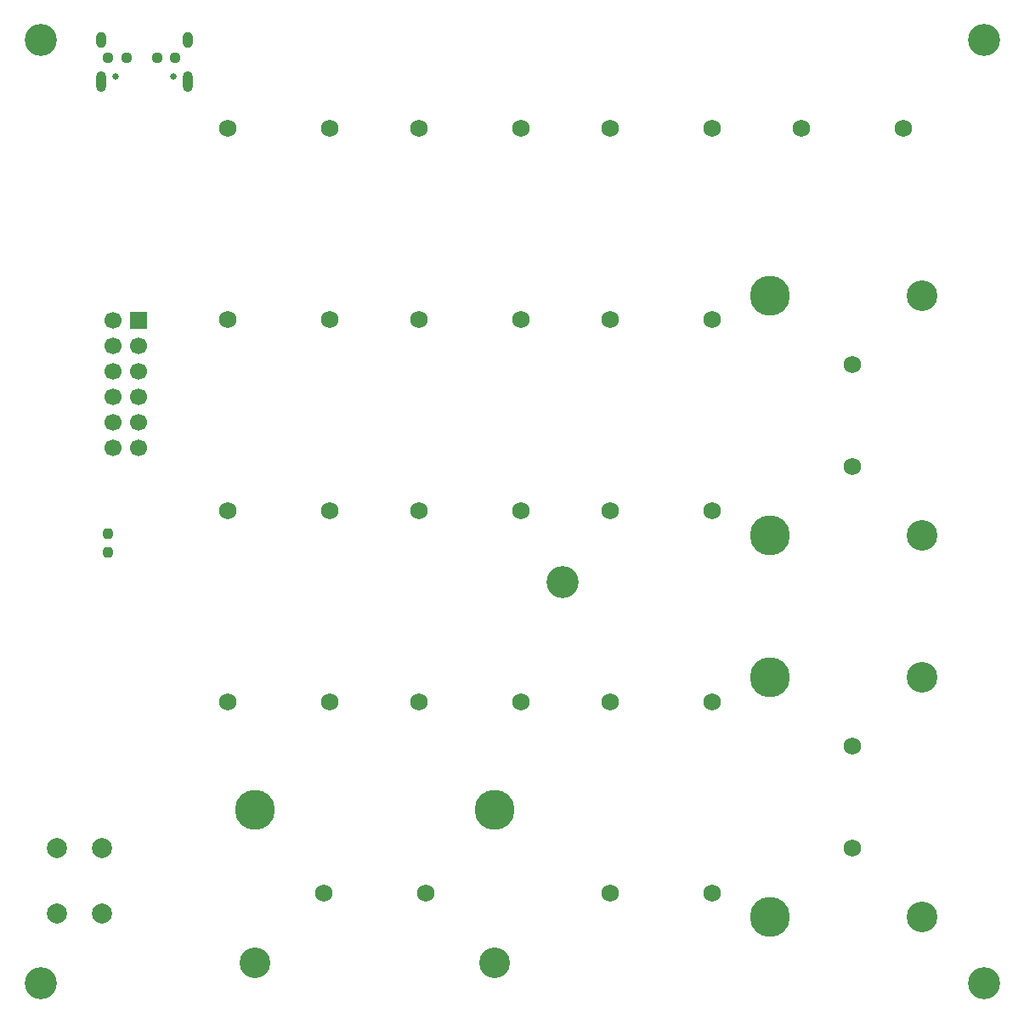
<source format=gbr>
%TF.GenerationSoftware,KiCad,Pcbnew,9.0.4*%
%TF.CreationDate,2026-01-03T23:46:06+09:00*%
%TF.ProjectId,rapidtrigger_keyboard,72617069-6474-4726-9967-6765725f6b65,rev?*%
%TF.SameCoordinates,Original*%
%TF.FileFunction,Soldermask,Bot*%
%TF.FilePolarity,Negative*%
%FSLAX46Y46*%
G04 Gerber Fmt 4.6, Leading zero omitted, Abs format (unit mm)*
G04 Created by KiCad (PCBNEW 9.0.4) date 2026-01-03 23:46:06*
%MOMM*%
%LPD*%
G01*
G04 APERTURE LIST*
G04 Aperture macros list*
%AMRoundRect*
0 Rectangle with rounded corners*
0 $1 Rounding radius*
0 $2 $3 $4 $5 $6 $7 $8 $9 X,Y pos of 4 corners*
0 Add a 4 corners polygon primitive as box body*
4,1,4,$2,$3,$4,$5,$6,$7,$8,$9,$2,$3,0*
0 Add four circle primitives for the rounded corners*
1,1,$1+$1,$2,$3*
1,1,$1+$1,$4,$5*
1,1,$1+$1,$6,$7*
1,1,$1+$1,$8,$9*
0 Add four rect primitives between the rounded corners*
20,1,$1+$1,$2,$3,$4,$5,0*
20,1,$1+$1,$4,$5,$6,$7,0*
20,1,$1+$1,$6,$7,$8,$9,0*
20,1,$1+$1,$8,$9,$2,$3,0*%
G04 Aperture macros list end*
%ADD10C,0.650000*%
%ADD11O,1.000000X2.100000*%
%ADD12O,1.000000X1.600000*%
%ADD13C,3.048000*%
%ADD14C,3.987800*%
%ADD15C,1.750000*%
%ADD16C,3.200000*%
%ADD17R,1.700000X1.700000*%
%ADD18C,1.700000*%
%ADD19C,2.000000*%
%ADD20RoundRect,0.237500X-0.250000X-0.237500X0.250000X-0.237500X0.250000X0.237500X-0.250000X0.237500X0*%
%ADD21RoundRect,0.237500X0.250000X0.237500X-0.250000X0.237500X-0.250000X-0.237500X0.250000X-0.237500X0*%
%ADD22RoundRect,0.237500X0.237500X-0.250000X0.237500X0.250000X-0.237500X0.250000X-0.237500X-0.250000X0*%
G04 APERTURE END LIST*
D10*
%TO.C,J1*%
X133244000Y-49624000D03*
X127464000Y-49624000D03*
D11*
X134674000Y-50154000D03*
D12*
X134674000Y-45974000D03*
D11*
X126034000Y-50154000D03*
D12*
X126034000Y-45974000D03*
%TD*%
D13*
%TO.C,U5*%
X165222500Y-137926000D03*
D14*
X165222500Y-122716000D03*
D15*
X158364500Y-130966000D03*
X148204500Y-130966000D03*
D13*
X141346500Y-137926000D03*
D14*
X141346500Y-122716000D03*
%TD*%
D13*
%TO.C,U17*%
X207874000Y-109474000D03*
D14*
X192664000Y-109474000D03*
D15*
X200914000Y-116332000D03*
X200914000Y-126492000D03*
D13*
X207874000Y-133350000D03*
D14*
X192664000Y-133350000D03*
%TD*%
D13*
%TO.C,U16*%
X207874000Y-71434000D03*
D14*
X192664000Y-71434000D03*
D15*
X200914000Y-78292000D03*
X200914000Y-88452000D03*
D13*
X207874000Y-95310000D03*
D14*
X192664000Y-95310000D03*
%TD*%
D16*
%TO.C,REF\u002A\u002A*%
X214000000Y-46000000D03*
%TD*%
D15*
%TO.C,U8*%
X157714550Y-92872000D03*
X167874550Y-92872000D03*
%TD*%
%TO.C,U15*%
X195794550Y-54792000D03*
X205954550Y-54792000D03*
%TD*%
%TO.C,U6*%
X157714550Y-54792000D03*
X167874550Y-54792000D03*
%TD*%
%TO.C,U7*%
X157714550Y-73832000D03*
X167874550Y-73832000D03*
%TD*%
D16*
%TO.C,REF\u002A\u002A*%
X214000000Y-140000000D03*
%TD*%
D15*
%TO.C,U14*%
X176784550Y-130972000D03*
X186944550Y-130972000D03*
%TD*%
%TO.C,U12*%
X176754550Y-92872000D03*
X186914550Y-92872000D03*
%TD*%
%TO.C,U11*%
X176754550Y-73832000D03*
X186914550Y-73832000D03*
%TD*%
%TO.C,U2*%
X138674550Y-73832000D03*
X148834550Y-73832000D03*
%TD*%
D16*
%TO.C,REF\u002A\u002A*%
X172000000Y-100000000D03*
%TD*%
D17*
%TO.C,J2*%
X129794000Y-73914000D03*
D18*
X127254000Y-73914000D03*
X129794000Y-76454000D03*
X127254000Y-76454000D03*
X129794000Y-78994000D03*
X127254000Y-78994000D03*
X129794000Y-81534000D03*
X127254000Y-81534000D03*
X129794000Y-84074000D03*
X127254000Y-84074000D03*
X129794000Y-86614000D03*
X127254000Y-86614000D03*
%TD*%
D16*
%TO.C,REF\u002A\u002A*%
X120000000Y-46000000D03*
%TD*%
D15*
%TO.C,U3*%
X138674550Y-92872000D03*
X148834550Y-92872000D03*
%TD*%
D16*
%TO.C,REF\u002A\u002A*%
X120000000Y-140000000D03*
%TD*%
D15*
%TO.C,U1*%
X138674550Y-54792000D03*
X148834550Y-54792000D03*
%TD*%
%TO.C,U9*%
X157714550Y-111912000D03*
X167874550Y-111912000D03*
%TD*%
%TO.C,U13*%
X176754550Y-111912000D03*
X186914550Y-111912000D03*
%TD*%
%TO.C,U10*%
X176754550Y-54792000D03*
X186914550Y-54792000D03*
%TD*%
D19*
%TO.C,SW1*%
X121666000Y-132992000D03*
X121666000Y-126492000D03*
X126166000Y-132992000D03*
X126166000Y-126492000D03*
%TD*%
D15*
%TO.C,U4*%
X138674550Y-111912000D03*
X148834550Y-111912000D03*
%TD*%
D20*
%TO.C,R1*%
X131621500Y-47752000D03*
X133446500Y-47752000D03*
%TD*%
D21*
%TO.C,R2*%
X128573500Y-47752000D03*
X126748500Y-47752000D03*
%TD*%
D22*
%TO.C,R13*%
X126746000Y-97028000D03*
X126746000Y-95203000D03*
%TD*%
M02*

</source>
